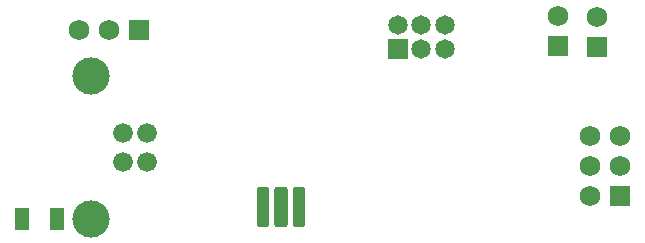
<source format=gbs>
G04 Layer_Color=16711935*
%FSLAX24Y24*%
%MOIN*%
G70*
G01*
G75*
%ADD61C,0.0690*%
%ADD62R,0.0690X0.0690*%
%ADD63C,0.0650*%
%ADD64R,0.0650X0.0650*%
%ADD65R,0.0690X0.0690*%
%ADD66C,0.0660*%
%ADD67C,0.1241*%
%ADD68R,0.0473X0.0749*%
G04:AMPARAMS|DCode=69|XSize=41.4mil|YSize=135.9mil|CornerRadius=11.8mil|HoleSize=0mil|Usage=FLASHONLY|Rotation=180.000|XOffset=0mil|YOffset=0mil|HoleType=Round|Shape=RoundedRectangle|*
%AMROUNDEDRECTD69*
21,1,0.0414,0.1122,0,0,180.0*
21,1,0.0177,0.1359,0,0,180.0*
1,1,0.0237,-0.0089,0.0561*
1,1,0.0237,0.0089,0.0561*
1,1,0.0237,0.0089,-0.0561*
1,1,0.0237,-0.0089,-0.0561*
%
%ADD69ROUNDEDRECTD69*%
G04:AMPARAMS|DCode=70|XSize=49.3mil|YSize=135.9mil|CornerRadius=13.8mil|HoleSize=0mil|Usage=FLASHONLY|Rotation=180.000|XOffset=0mil|YOffset=0mil|HoleType=Round|Shape=RoundedRectangle|*
%AMROUNDEDRECTD70*
21,1,0.0493,0.1083,0,0,180.0*
21,1,0.0217,0.1359,0,0,180.0*
1,1,0.0276,-0.0108,0.0541*
1,1,0.0276,0.0108,0.0541*
1,1,0.0276,0.0108,-0.0541*
1,1,0.0276,-0.0108,-0.0541*
%
%ADD70ROUNDEDRECTD70*%
D61*
X43488Y30799D02*
D03*
X44488D02*
D03*
X43488Y29799D02*
D03*
Y28799D02*
D03*
X44488Y29799D02*
D03*
X43730Y34760D02*
D03*
X42421Y34789D02*
D03*
X27451Y34331D02*
D03*
X26451D02*
D03*
D62*
X44488Y28799D02*
D03*
X43730Y33760D02*
D03*
X42421Y33789D02*
D03*
D63*
X38661Y34478D02*
D03*
Y33691D02*
D03*
X37874Y34478D02*
D03*
X37087D02*
D03*
X37874Y33691D02*
D03*
D64*
X37087D02*
D03*
D65*
X28451Y34331D02*
D03*
D66*
X28715Y29919D02*
D03*
X27927D02*
D03*
X28715Y30904D02*
D03*
X27927D02*
D03*
D67*
X26860Y28041D02*
D03*
Y32782D02*
D03*
D68*
X24577Y28041D02*
D03*
X25719D02*
D03*
D69*
X32608Y28415D02*
D03*
X33789D02*
D03*
D70*
X33199D02*
D03*
M02*

</source>
